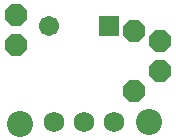
<source format=gbr>
G04 EAGLE Gerber RS-274X export*
G75*
%MOMM*%
%FSLAX34Y34*%
%LPD*%
%INSoldermask Bottom*%
%IPPOS*%
%AMOC8*
5,1,8,0,0,1.08239X$1,22.5*%
G01*
%ADD10C,2.203200*%
%ADD11R,1.711200X1.711200*%
%ADD12C,1.711200*%
%ADD13P,2.034460X8X112.500000*%
%ADD14P,2.034460X8X292.500000*%
%ADD15C,1.727200*%


D10*
X102870Y66040D03*
X211836Y67056D03*
D11*
X178660Y148561D03*
D12*
X127660Y148561D03*
D13*
X221183Y110236D03*
X221183Y135636D03*
D14*
X199847Y144501D03*
X199847Y93701D03*
D13*
X99797Y132791D03*
X99797Y158191D03*
D15*
X131928Y67158D03*
X157328Y67158D03*
X182728Y67158D03*
M02*

</source>
